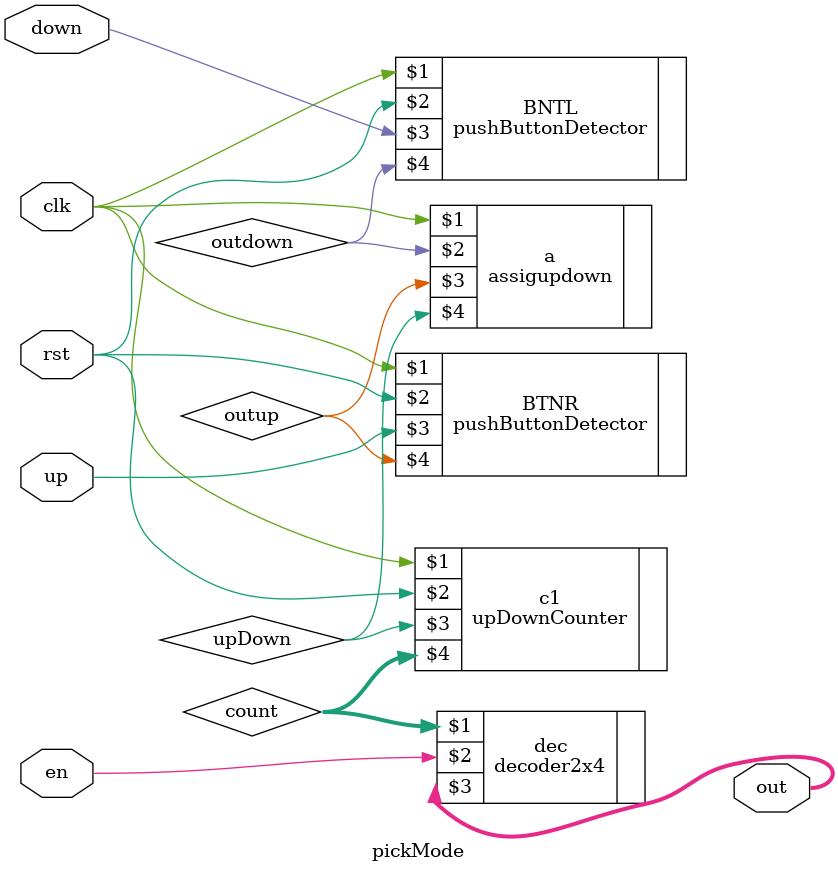
<source format=v>
`timescale 1ns / 1ps

module pickMode(input clk, en, rst, up, down, output  [3:0]out);
wire [1:0] count; //i unregged this
wire outup;
wire outdown;
wire upDown;
pushButtonDetector BTNR(clk, rst, up,  outup);
pushButtonDetector BNTL(clk, rst, down,  outdown);

assigupdown a(clk, outdown, outup,  upDown);


upDownCounter #(4) c1 (clk, rst, upDown, count); //the counter does not return to zero once it reaches the last bit
decoder2x4 dec(count, en, out);

 
endmodule


//reg upDown2;
//wire [1:0] updownpos;
//assign updownpos=2'b01;

//always @ (posedge clk) begin
//case(outup)
//1'b1: upDown = 1'b0;
//1'b0: upDown = 1'b1;
//default: upDown = 1'b0;  
//endcase
//end
/*
always @ (posedge clk) begin
case({outup,outdown})
2'b10: upDown = 1'b0;
2'b01: upDown = 1'b1;
default: upDown = 1'b0;  
endcase
end
*/
</source>
